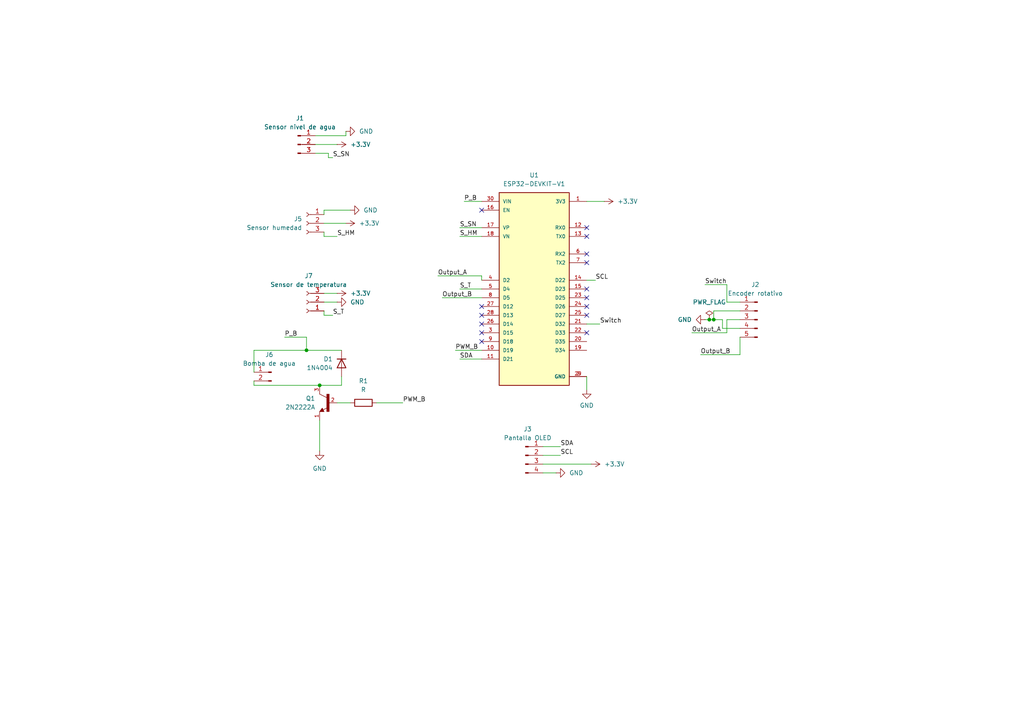
<source format=kicad_sch>
(kicad_sch (version 20250114) (generator "eeschema") (generator_version "9.0")
  (paper "A4")
  (lib_symbols
    (symbol "2N2222A:2N2222A" (pin_names (offset 1.016))
      (property "Reference" "Q" (at -10.16 7.62 0))
      (property "Value" "2N2222A" (at -10.16 -7.62 0))
      (symbol "2N2222A_0_0"
        (rectangle (start -0.254 -2.54) (end 0.508 2.54) (stroke (width 0.1)) (fill (type outline)))
        (polyline (pts (xy 1.27 -2.54) (xy 1.778 -1.524) (xy 2.54 -2.54) (xy 1.27 -2.54)) (stroke (width 0.1524)) (fill (type outline)))
        (polyline (pts (xy 1.54 -2.04) (xy 0.308 -1.424)) (stroke (width 0.1524)))
        (polyline (pts (xy 2.54 2.54) (xy 0.508 1.524)) (stroke (width 0.1524)))
        (pin passive line (at -2.54 0 0) (length 2.54) (name "~") (number "2"))
        (pin passive line (at 2.54 5.08 270) (length 2.54) (name "~") (number "3"))
        (pin passive line (at 2.54 -5.08 90) (length 2.54) (name "~") (number "1"))
      )
    )
    (symbol "Connector:Conn_01x02_Pin" (pin_names (offset 1.016) (hide yes))
      (property "Reference" "J" (at 0 2.54 0))
      (property "Value" "Conn_01x02_Pin" (at 0 -5.08 0))
      (symbol "Conn_01x02_Pin_1_1"
        (rectangle (start 0.8636 0.127) (end 0 -0.127) (stroke (width 0.1524)) (fill (type outline)))
        (rectangle (start 0.8636 -2.413) (end 0 -2.667) (stroke (width 0.1524)) (fill (type outline)))
        (polyline (pts (xy 1.27 0) (xy 0.8636 0)) (stroke (width 0.1524)))
        (polyline (pts (xy 1.27 -2.54) (xy 0.8636 -2.54)) (stroke (width 0.1524)))
        (pin passive line (at 5.08 0 180) (length 3.81) (name "Pin_1") (number "1"))
        (pin passive line (at 5.08 -2.54 180) (length 3.81) (name "Pin_2") (number "2"))
      )
    )
    (symbol "Connector:Conn_01x03_Pin" (pin_names (offset 1.016) (hide yes))
      (property "Reference" "J" (at 0 5.08 0))
      (property "Value" "Conn_01x03_Pin" (at 0 -5.08 0))
      (symbol "Conn_01x03_Pin_1_1"
        (rectangle (start 0.8636 2.667) (end 0 2.413) (stroke (width 0.1524)) (fill (type outline)))
        (rectangle (start 0.8636 0.127) (end 0 -0.127) (stroke (width 0.1524)) (fill (type outline)))
        (rectangle (start 0.8636 -2.413) (end 0 -2.667) (stroke (width 0.1524)) (fill (type outline)))
        (polyline (pts (xy 1.27 2.54) (xy 0.8636 2.54)) (stroke (width 0.1524)))
        (polyline (pts (xy 1.27 0) (xy 0.8636 0)) (stroke (width 0.1524)))
        (polyline (pts (xy 1.27 -2.54) (xy 0.8636 -2.54)) (stroke (width 0.1524)))
        (pin passive line (at 5.08 2.54 180) (length 3.81) (name "Pin_1") (number "1"))
        (pin passive line (at 5.08 0 180) (length 3.81) (name "Pin_2") (number "2"))
        (pin passive line (at 5.08 -2.54 180) (length 3.81) (name "Pin_3") (number "3"))
      )
    )
    (symbol "Connector:Conn_01x03_Socket" (pin_names (offset 1.016) (hide yes))
      (property "Reference" "J" (at 0 5.08 0))
      (property "Value" "Conn_01x03_Socket" (at 0 -5.08 0))
      (symbol "Conn_01x03_Socket_1_1"
        (polyline (pts (xy -1.27 2.54) (xy -0.508 2.54)) (stroke (width 0.1524)))
        (polyline (pts (xy -1.27 0) (xy -0.508 0)) (stroke (width 0.1524)))
        (polyline (pts (xy -1.27 -2.54) (xy -0.508 -2.54)) (stroke (width 0.1524)))
        (arc (start 0 2.032) (mid -0.5058 2.54) (end 0 3.048) (stroke (width 0.1524)))
        (arc (start 0 -0.508) (mid -0.5058 0) (end 0 0.508) (stroke (width 0.1524)))
        (arc (start 0 -3.048) (mid -0.5058 -2.54) (end 0 -2.032) (stroke (width 0.1524)))
        (pin passive line (at -5.08 2.54 0) (length 3.81) (name "Pin_1") (number "1"))
        (pin passive line (at -5.08 0 0) (length 3.81) (name "Pin_2") (number "2"))
        (pin passive line (at -5.08 -2.54 0) (length 3.81) (name "Pin_3") (number "3"))
      )
    )
    (symbol "Connector:Conn_01x04_Pin" (pin_names (offset 1.016) (hide yes))
      (property "Reference" "J" (at 0 5.08 0))
      (property "Value" "Conn_01x04_Pin" (at 0 -7.62 0))
      (symbol "Conn_01x04_Pin_1_1"
        (rectangle (start 0.8636 2.667) (end 0 2.413) (stroke (width 0.1524)) (fill (type outline)))
        (rectangle (start 0.8636 0.127) (end 0 -0.127) (stroke (width 0.1524)) (fill (type outline)))
        (rectangle (start 0.8636 -2.413) (end 0 -2.667) (stroke (width 0.1524)) (fill (type outline)))
        (rectangle (start 0.8636 -4.953) (end 0 -5.207) (stroke (width 0.1524)) (fill (type outline)))
        (polyline (pts (xy 1.27 2.54) (xy 0.8636 2.54)) (stroke (width 0.1524)))
        (polyline (pts (xy 1.27 0) (xy 0.8636 0)) (stroke (width 0.1524)))
        (polyline (pts (xy 1.27 -2.54) (xy 0.8636 -2.54)) (stroke (width 0.1524)))
        (polyline (pts (xy 1.27 -5.08) (xy 0.8636 -5.08)) (stroke (width 0.1524)))
        (pin passive line (at 5.08 2.54 180) (length 3.81) (name "Pin_1") (number "1"))
        (pin passive line (at 5.08 0 180) (length 3.81) (name "Pin_2") (number "2"))
        (pin passive line (at 5.08 -2.54 180) (length 3.81) (name "Pin_3") (number "3"))
        (pin passive line (at 5.08 -5.08 180) (length 3.81) (name "Pin_4") (number "4"))
      )
    )
    (symbol "Connector:Conn_01x05_Pin" (pin_names (offset 1.016) (hide yes))
      (property "Reference" "J" (at 0 7.62 0))
      (property "Value" "Conn_01x05_Pin" (at 0 -7.62 0))
      (symbol "Conn_01x05_Pin_1_1"
        (rectangle (start 0.8636 5.207) (end 0 4.953) (stroke (width 0.1524)) (fill (type outline)))
        (rectangle (start 0.8636 2.667) (end 0 2.413) (stroke (width 0.1524)) (fill (type outline)))
        (rectangle (start 0.8636 0.127) (end 0 -0.127) (stroke (width 0.1524)) (fill (type outline)))
        (rectangle (start 0.8636 -2.413) (end 0 -2.667) (stroke (width 0.1524)) (fill (type outline)))
        (rectangle (start 0.8636 -4.953) (end 0 -5.207) (stroke (width 0.1524)) (fill (type outline)))
        (polyline (pts (xy 1.27 5.08) (xy 0.8636 5.08)) (stroke (width 0.1524)))
        (polyline (pts (xy 1.27 2.54) (xy 0.8636 2.54)) (stroke (width 0.1524)))
        (polyline (pts (xy 1.27 0) (xy 0.8636 0)) (stroke (width 0.1524)))
        (polyline (pts (xy 1.27 -2.54) (xy 0.8636 -2.54)) (stroke (width 0.1524)))
        (polyline (pts (xy 1.27 -5.08) (xy 0.8636 -5.08)) (stroke (width 0.1524)))
        (pin passive line (at 5.08 5.08 180) (length 3.81) (name "Pin_1") (number "1"))
        (pin passive line (at 5.08 2.54 180) (length 3.81) (name "Pin_2") (number "2"))
        (pin passive line (at 5.08 0 180) (length 3.81) (name "Pin_3") (number "3"))
        (pin passive line (at 5.08 -2.54 180) (length 3.81) (name "Pin_4") (number "4"))
        (pin passive line (at 5.08 -5.08 180) (length 3.81) (name "Pin_5") (number "5"))
      )
    )
    (symbol "Device:R" (pin_numbers (hide yes)) (pin_names (offset 0))
      (property "Reference" "R" (at 2.032 0 90))
      (property "Value" "R" (at 0 0 90))
      (symbol "R_0_1"
        (rectangle (start -1.016 -2.54) (end 1.016 2.54) (stroke (width 0.254)))
      )
      (symbol "R_1_1"
        (pin passive line (at 0 3.81 270) (length 1.27) (name "~") (number "1"))
        (pin passive line (at 0 -3.81 90) (length 1.27) (name "~") (number "2"))
      )
    )
    (symbol "Diode:1N4004" (pin_numbers (hide yes)) (pin_names (hide yes))
      (property "Reference" "D" (at 0 2.54 0))
      (property "Value" "1N4004" (at 0 -2.54 0))
      (symbol "1N4004_0_1"
        (polyline (pts (xy -1.27 1.27) (xy -1.27 -1.27)) (stroke (width 0.254)))
        (polyline (pts (xy 1.27 1.27) (xy 1.27 -1.27) (xy -1.27 0) (xy 1.27 1.27)) (stroke (width 0.254)))
        (polyline (pts (xy 1.27 0) (xy -1.27 0)))
      )
      (symbol "1N4004_1_1"
        (pin passive line (at -3.81 0 0) (length 2.54) (name "K") (number "1"))
        (pin passive line (at 3.81 0 180) (length 2.54) (name "A") (number "2"))
      )
    )
    (symbol "devkit-esp32-v1:ESP32-DEVKIT-V1" (pin_names (offset 1.016))
      (property "Reference" "U1" (at 0 33.02 0))
      (property "Value" "ESP32-DEVKIT-V1" (at 0 30.48 0))
      (symbol "ESP32-DEVKIT-V1_0_0"
        (rectangle (start -10.16 -27.94) (end 10.16 27.94) (stroke (width 0.254)) (fill (type background)))
        (pin input line (at -15.24 25.4 0) (length 5.08) (name "VIN") (number "30"))
        (pin input line (at -15.24 22.86 0) (length 5.08) (name "EN") (number "16"))
        (pin bidirectional line (at -15.24 17.78 0) (length 5.08) (name "VP") (number "17"))
        (pin bidirectional line (at -15.24 15.24 0) (length 5.08) (name "VN") (number "18"))
        (pin bidirectional line (at -15.24 2.54 0) (length 5.08) (name "D2") (number "4"))
        (pin bidirectional line (at -15.24 0 0) (length 5.08) (name "D4") (number "5"))
        (pin bidirectional line (at -15.24 -2.54 0) (length 5.08) (name "D5") (number "8"))
        (pin bidirectional line (at -15.24 -5.08 0) (length 5.08) (name "D12") (number "27"))
        (pin bidirectional line (at -15.24 -7.62 0) (length 5.08) (name "D13") (number "28"))
        (pin bidirectional line (at -15.24 -10.16 0) (length 5.08) (name "D14") (number "26"))
        (pin bidirectional line (at -15.24 -12.7 0) (length 5.08) (name "D15") (number "3"))
        (pin bidirectional line (at -15.24 -15.24 0) (length 5.08) (name "D18") (number "9"))
        (pin bidirectional line (at -15.24 -17.78 0) (length 5.08) (name "D19") (number "10"))
        (pin bidirectional line (at -15.24 -20.32 0) (length 5.08) (name "D21") (number "11"))
        (pin input line (at 15.24 17.78 180) (length 5.08) (name "RX0") (number "12"))
        (pin output line (at 15.24 15.24 180) (length 5.08) (name "TX0") (number "13"))
        (pin input line (at 15.24 10.16 180) (length 5.08) (name "RX2") (number "6"))
        (pin output line (at 15.24 7.62 180) (length 5.08) (name "TX2") (number "7"))
        (pin bidirectional line (at 15.24 2.54 180) (length 5.08) (name "D22") (number "14"))
        (pin bidirectional line (at 15.24 0 180) (length 5.08) (name "D23") (number "15"))
        (pin bidirectional line (at 15.24 -2.54 180) (length 5.08) (name "D25") (number "23"))
        (pin bidirectional line (at 15.24 -5.08 180) (length 5.08) (name "D26") (number "24"))
        (pin bidirectional line (at 15.24 -7.62 180) (length 5.08) (name "D27") (number "25"))
        (pin bidirectional line (at 15.24 -10.16 180) (length 5.08) (name "D32") (number "21"))
        (pin bidirectional line (at 15.24 -12.7 180) (length 5.08) (name "D33") (number "22"))
        (pin bidirectional line (at 15.24 -15.24 180) (length 5.08) (name "D35") (number "20"))
        (pin bidirectional line (at 15.24 -17.78 180) (length 5.08) (name "D34") (number "19"))
        (pin power_in line (at 15.24 -25.4 180) (length 5.08) (name "GND") (number "2"))
        (pin power_in line (at 15.24 -25.4 180) (length 5.08) (name "GND") (number "29"))
      )
      (symbol "ESP32-DEVKIT-V1_1_0"
        (pin power_out line (at 15.24 25.4 180) (length 5.08) (name "3V3") (number "1"))
      )
    )
    (symbol "power:+3.3V" (power) (pin_numbers (hide yes)) (pin_names (offset 0) (hide yes))
      (property "Value" "+3.3V" (at 0 3.556 0))
      (symbol "+3.3V_0_1"
        (polyline (pts (xy -0.762 1.27) (xy 0 2.54)))
        (polyline (pts (xy 0 2.54) (xy 0.762 1.27)))
        (polyline (pts (xy 0 0) (xy 0 2.54)))
      )
      (symbol "+3.3V_1_1"
        (pin power_in line (at 0 0 90) (length 0) (name "~") (number "1"))
      )
    )
    (symbol "power:GND" (power) (pin_numbers (hide yes)) (pin_names (offset 0) (hide yes))
      (property "Value" "GND" (at 0 -3.81 0))
      (symbol "GND_0_1"
        (polyline (pts (xy 0 0) (xy 0 -1.27) (xy 1.27 -1.27) (xy 0 -2.54) (xy -1.27 -1.27) (xy 0 -1.27)))
      )
      (symbol "GND_1_1"
        (pin power_in line (at 0 0 270) (length 0) (name "~") (number "1"))
      )
    )
    (symbol "power:PWR_FLAG" (power) (pin_numbers (hide yes)) (pin_names (offset 0) (hide yes))
      (property "Value" "PWR_FLAG" (at 0 3.81 0))
      (symbol "PWR_FLAG_0_0"
        (pin power_out line (at 0 0 90) (length 0) (name "~") (number "1"))
      )
      (symbol "PWR_FLAG_0_1"
        (polyline (pts (xy 0 0) (xy 0 1.27) (xy -1.016 1.905) (xy 0 2.54) (xy 1.016 1.905) (xy 0 1.27)))
      )
    )
  )
  (junction (at 88.9 101.6))
  (junction (at 205.74 92.71))
  (junction (at 207.01 92.71))
  (junction (at 92.71 111.76))
  (no_connect (at 170.18 96.52))
  (no_connect (at 139.7 93.98))
  (no_connect (at 139.7 91.44))
  (no_connect (at 170.18 73.66))
  (no_connect (at 139.7 99.06))
  (no_connect (at 170.18 76.2))
  (no_connect (at 139.7 88.9))
  (no_connect (at 170.18 86.36))
  (no_connect (at 139.7 96.52))
  (no_connect (at 170.18 88.9))
  (no_connect (at 170.18 66.04))
  (no_connect (at 170.18 91.44))
  (no_connect (at 139.7 60.96))
  (no_connect (at 170.18 68.58))
  (no_connect (at 170.18 83.82))
  (wire (pts (xy 157.48 129.54) (xy 162.56 129.54)))
  (wire (pts (xy 170.18 93.98) (xy 173.99 93.98)))
  (wire (pts (xy 100.33 39.37) (xy 91.44 39.37)))
  (wire (pts (xy 92.71 111.76) (xy 99.06 111.76)))
  (wire (pts (xy 93.98 60.96) (xy 93.98 62.23)))
  (wire (pts (xy 132.08 101.6) (xy 139.7 101.6)))
  (wire (pts (xy 101.6 116.84) (xy 97.79 116.84)))
  (wire (pts (xy 214.63 92.71) (xy 210.82 92.71)))
  (wire (pts (xy 157.48 134.62) (xy 171.45 134.62)))
  (wire (pts (xy 200.66 96.52) (xy 210.82 96.52)))
  (wire (pts (xy 205.74 92.71) (xy 207.01 92.71)))
  (wire (pts (xy 92.71 121.92) (xy 92.71 130.81)))
  (wire (pts (xy 91.44 44.45) (xy 95.25 44.45)))
  (wire (pts (xy 207.01 92.71) (xy 209.55 92.71)))
  (wire (pts (xy 88.9 97.79) (xy 88.9 101.6)))
  (wire (pts (xy 157.48 137.16) (xy 161.29 137.16)))
  (wire (pts (xy 93.98 91.44) (xy 96.52 91.44)))
  (wire (pts (xy 127 80.01) (xy 139.7 80.01)))
  (wire (pts (xy 88.9 101.6) (xy 73.66 101.6)))
  (wire (pts (xy 170.18 81.28) (xy 172.72 81.28)))
  (wire (pts (xy 207.01 90.17) (xy 214.63 90.17)))
  (wire (pts (xy 93.98 85.09) (xy 97.79 85.09)))
  (wire (pts (xy 210.82 92.71) (xy 210.82 96.52)))
  (wire (pts (xy 93.98 68.58) (xy 93.98 67.31)))
  (wire (pts (xy 214.63 97.79) (xy 214.63 102.87)))
  (wire (pts (xy 93.98 87.63) (xy 97.79 87.63)))
  (wire (pts (xy 128.27 86.36) (xy 139.7 86.36)))
  (wire (pts (xy 99.06 101.6) (xy 88.9 101.6)))
  (wire (pts (xy 204.47 92.71) (xy 205.74 92.71)))
  (wire (pts (xy 204.47 82.55) (xy 210.82 82.55)))
  (wire (pts (xy 73.66 111.76) (xy 92.71 111.76)))
  (wire (pts (xy 133.35 104.14) (xy 139.7 104.14)))
  (wire (pts (xy 91.44 41.91) (xy 97.79 41.91)))
  (wire (pts (xy 93.98 68.58) (xy 97.79 68.58)))
  (wire (pts (xy 209.55 95.25) (xy 214.63 95.25)))
  (wire (pts (xy 133.35 66.04) (xy 139.7 66.04)))
  (wire (pts (xy 134.62 58.42) (xy 139.7 58.42)))
  (wire (pts (xy 73.66 101.6) (xy 73.66 107.95)))
  (wire (pts (xy 133.35 83.82) (xy 139.7 83.82)))
  (wire (pts (xy 93.98 91.44) (xy 93.98 90.17)))
  (wire (pts (xy 209.55 95.25) (xy 209.55 92.71)))
  (wire (pts (xy 99.06 111.76) (xy 99.06 109.22)))
  (wire (pts (xy 82.55 97.79) (xy 88.9 97.79)))
  (wire (pts (xy 101.6 60.96) (xy 93.98 60.96)))
  (wire (pts (xy 210.82 82.55) (xy 210.82 87.63)))
  (wire (pts (xy 100.33 38.1) (xy 100.33 39.37)))
  (wire (pts (xy 170.18 58.42) (xy 175.26 58.42)))
  (wire (pts (xy 95.25 44.45) (xy 95.25 45.72)))
  (wire (pts (xy 73.66 110.49) (xy 73.66 111.76)))
  (wire (pts (xy 95.25 45.72) (xy 96.52 45.72)))
  (wire (pts (xy 109.22 116.84) (xy 116.84 116.84)))
  (wire (pts (xy 203.2 102.87) (xy 214.63 102.87)))
  (wire (pts (xy 207.01 90.17) (xy 207.01 92.71)))
  (wire (pts (xy 139.7 80.01) (xy 139.7 81.28)))
  (wire (pts (xy 170.18 109.22) (xy 170.18 113.03)))
  (wire (pts (xy 133.35 68.58) (xy 139.7 68.58)))
  (wire (pts (xy 210.82 87.63) (xy 214.63 87.63)))
  (wire (pts (xy 162.56 132.08) (xy 157.48 132.08)))
  (wire (pts (xy 93.98 64.77) (xy 100.33 64.77)))
  (label "S_SN" (at 133.35 66.04 0))
  (label "Output_B" (at 128.27 86.36 0))
  (label "SCL" (at 162.56 132.08 0))
  (label "Output_B" (at 203.2 102.87 0))
  (label "PWM_B" (at 132.08 101.6 0))
  (label "Switch" (at 173.99 93.98 0))
  (label "S_HM" (at 97.79 68.58 0))
  (label "S_T" (at 133.35 83.82 0))
  (label "S_SN" (at 96.52 45.72 0))
  (label "SDA" (at 162.56 129.54 0))
  (label "P_B" (at 82.55 97.79 0))
  (label "SCL" (at 172.72 81.28 0))
  (label "S_HM" (at 133.35 68.58 0))
  (label "S_T" (at 96.52 91.44 0))
  (label "PWM_B" (at 116.84 116.84 0))
  (label "Output_A" (at 127 80.01 0))
  (label "SDA" (at 133.35 104.14 0))
  (label "Output_A" (at 200.66 96.52 0))
  (label "Switch" (at 204.47 82.55 0))
  (label "P_B" (at 134.62 58.42 0))
  (symbol (lib_id "power:GND") (at 161.29 137.16 90) (unit 1)
    (property "Reference" "#PWR04" (effects (hide yes)))
    (property "Value" "GND" (at 165.1 137.1599 90) (effects (justify right)))
    (property "Description" "Power symbol creates a global label with name \"GND\" , ground" (effects (hide yes)))
  )
  (symbol (lib_id "Connector:Conn_01x04_Pin") (at 152.4 132.08 0) (unit 1)
    (property "Reference" "J3" (at 153.035 124.46 0))
    (property "Value" "Pantalla OLED" (at 153.035 127 0))
    (property "Footprint" "Connector_PinHeader_2.54mm:PinHeader_1x04_P2.54mm_Vertical" (effects (hide yes)))
    (property "Description" "Generic connector, single row, 01x04, script generated" (effects (hide yes)))
  )
  (symbol (lib_id "Connector:Conn_01x02_Pin") (at 78.74 107.95 0) (mirror y) (unit 1)
    (property "Reference" "J6" (at 78.105 102.87 0))
    (property "Value" "Bomba de agua" (at 78.105 105.41 0))
    (property "Footprint" "Connector_PinHeader_2.54mm:PinHeader_1x02_P2.54mm_Vertical" (effects (hide yes)))
    (property "Description" "Generic connector, single row, 01x02, script generated" (effects (hide yes)))
  )
  (symbol (lib_id "power:+3.3V") (at 171.45 134.62 270) (unit 1)
    (property "Reference" "#PWR03" (effects (hide yes)))
    (property "Value" "+3.3V" (at 175.26 134.6199 90) (effects (justify left)))
    (property "Description" "Power symbol creates a global label with name \"+3.3V\"" (effects (hide yes)))
  )
  (symbol (lib_id "power:+3.3V") (at 175.26 58.42 270) (unit 1)
    (property "Reference" "#PWR012" (effects (hide yes)))
    (property "Value" "+3.3V" (at 179.07 58.4199 90) (effects (justify left)))
    (property "Description" "Power symbol creates a global label with name \"+3.3V\"" (effects (hide yes)))
  )
  (symbol (lib_id "2N2222A:2N2222A") (at 95.25 116.84 0) (mirror y) (unit 1)
    (property "Reference" "Q1" (at 91.44 115.5699 0) (effects (justify left)))
    (property "Value" "2N2222A" (at 91.44 118.1099 0) (effects (justify left)))
    (property "Footprint" "2N2222A:TO92254P470H750-3" (effects (hide yes)))
    (property "MF" "Diotec Semiconductor" (effects (hide yes)))
    (property "SNAPEDA_PACKAGE_ID" "121774" (effects (hide yes)))
    (property "Package" "TO-92 Diotec" (effects (hide yes)))
    (property "Price" "None" (effects (hide yes)))
    (property "Check_prices" "https://www.snapeda.com/parts/2N2222A/Diotec/view-part/?ref=eda" (effects (hide yes)))
    (property "STANDARD" "IPC 7351B" (effects (hide yes)))
    (property "PARTREV" "N/A" (effects (hide yes)))
    (property "SnapEDA_Link" "https://www.snapeda.com/parts/2N2222A/Diotec/view-part/?ref=snap" (effects (hide yes)))
    (property "MP" "2N2222A" (effects (hide yes)))
    (property "Description_1" "BJT, TO-92, 40V, 600mA, NPN, 0.625W, 150°C" (effects (hide yes)))
    (property "MANUFACTURER" "Diotec Semiconductor" (effects (hide yes)))
    (property "Availability" "In Stock" (effects (hide yes)))
    (property "MAXIMUM_PACKAGE_HEIGHT" "7.5 mm" (effects (hide yes)))
  )
  (symbol (lib_id "power:GND") (at 92.71 130.81 0) (mirror y) (unit 1)
    (property "Reference" "#PWR02" (effects (hide yes)))
    (property "Value" "GND" (at 92.71 135.89 0))
    (property "Description" "Power symbol creates a global label with name \"GND\" , ground" (effects (hide yes)))
  )
  (symbol (lib_id "power:+3.3V") (at 97.79 85.09 270) (unit 1)
    (property "Reference" "#PWR06" (effects (hide yes)))
    (property "Value" "+3.3V" (at 101.6 85.0899 90) (effects (justify left)))
    (property "Description" "Power symbol creates a global label with name \"+3.3V\"" (effects (hide yes)))
  )
  (symbol (lib_id "power:GND") (at 100.33 38.1 90) (unit 1)
    (property "Reference" "#PWR010" (effects (hide yes)))
    (property "Value" "GND" (at 104.14 38.0999 90) (effects (justify right)))
    (property "Description" "Power symbol creates a global label with name \"GND\" , ground" (effects (hide yes)))
  )
  (symbol (lib_id "Connector:Conn_01x03_Socket") (at 88.9 87.63 180) (unit 1)
    (property "Reference" "J7" (at 89.535 80.01 0))
    (property "Value" "Sensor de temperatura" (at 89.535 82.55 0))
    (property "Footprint" "Connector_PinSocket_2.54mm:PinSocket_1x03_P2.54mm_Vertical" (effects (hide yes)))
    (property "Description" "Generic connector, single row, 01x03, script generated" (effects (hide yes)))
  )
  (symbol (lib_id "Connector:Conn_01x03_Socket") (at 88.9 64.77 0) (mirror y) (unit 1)
    (property "Reference" "J5" (at 87.63 63.4999 0) (effects (justify left)))
    (property "Value" "Sensor humedad" (at 87.63 66.0399 0) (effects (justify left)))
    (property "Footprint" "Connector_PinSocket_2.54mm:PinSocket_1x03_P2.54mm_Vertical" (effects (hide yes)))
    (property "Description" "Generic connector, single row, 01x03, script generated" (effects (hide yes)))
  )
  (symbol (lib_id "devkit-esp32-v1:ESP32-DEVKIT-V1") (at 154.94 83.82 0) (unit 1)
    (property "Reference" "U1" (at 154.94 50.8 0))
    (property "Value" "ESP32-DEVKIT-V1" (at 154.94 53.34 0))
    (property "Footprint" "devkit-esp32-v1:MODULE_ESP32_DEVKIT_V1" (effects (hide yes)))
    (property "MF" "Do it" (effects (hide yes)))
    (property "MAXIMUM_PACKAGE_HEIGHT" "6.8 mm" (effects (hide yes)))
    (property "Package" "None" (effects (hide yes)))
    (property "Price" "None" (effects (hide yes)))
    (property "Check_prices" "https://www.snapeda.com/parts/ESP32-DEVKIT-V1/Do+it/view-part/?ref=eda" (effects (hide yes)))
    (property "STANDARD" "Manufacturer Recommendations" (effects (hide yes)))
    (property "PARTREV" "N/A" (effects (hide yes)))
    (property "SnapEDA_Link" "https://www.snapeda.com/parts/ESP32-DEVKIT-V1/Do+it/view-part/?ref=snap" (effects (hide yes)))
    (property "MP" "ESP32-DEVKIT-V1" (effects (hide yes)))
    (property "Description_1" "Dual core, Wi-Fi: 2.4 GHz up to 150 Mbits/s,BLE (Bluetooth Low Energy) and legacy Bluetooth, 32 bits, Up to 240 MHz" (effects (hide yes)))
    (property "Availability" "Not in stock" (effects (hide yes)))
    (property "MANUFACTURER" "DOIT" (effects (hide yes)))
  )
  (symbol (lib_id "power:PWR_FLAG") (at 205.74 92.71 0) (unit 1)
    (property "Reference" "#FLG01" (effects (hide yes)))
    (property "Value" "PWR_FLAG" (at 205.74 87.63 0))
    (property "Description" "Special symbol for telling ERC where power comes from" (effects (hide yes)))
  )
  (symbol (lib_id "power:+3.3V") (at 97.79 41.91 270) (unit 1)
    (property "Reference" "#PWR09" (effects (hide yes)))
    (property "Value" "+3.3V" (at 101.6 41.9099 90) (effects (justify left)))
    (property "Description" "Power symbol creates a global label with name \"+3.3V\"" (effects (hide yes)))
  )
  (symbol (lib_id "power:GND") (at 101.6 60.96 90) (unit 1)
    (property "Reference" "#PWR08" (effects (hide yes)))
    (property "Value" "GND" (at 105.41 60.9599 90) (effects (justify right)))
    (property "Description" "Power symbol creates a global label with name \"GND\" , ground" (effects (hide yes)))
  )
  (symbol (lib_id "power:+3.3V") (at 100.33 64.77 270) (unit 1)
    (property "Reference" "#PWR07" (effects (hide yes)))
    (property "Value" "+3.3V" (at 104.14 64.7699 90) (effects (justify left)))
    (property "Description" "Power symbol creates a global label with name \"+3.3V\"" (effects (hide yes)))
  )
  (symbol (lib_id "Connector:Conn_01x03_Pin") (at 86.36 41.91 0) (unit 1)
    (property "Reference" "J1" (at 86.995 34.29 0))
    (property "Value" "Sensor nivel de agua" (at 86.995 36.83 0))
    (property "Footprint" "Connector_PinHeader_2.54mm:PinHeader_1x03_P2.54mm_Vertical" (effects (hide yes)))
    (property "Description" "Generic connector, single row, 01x03, script generated" (effects (hide yes)))
  )
  (symbol (lib_id "power:GND") (at 170.18 113.03 0) (unit 1)
    (property "Reference" "#PWR011" (effects (hide yes)))
    (property "Value" "GND" (at 170.18 117.602 0))
    (property "Description" "Power symbol creates a global label with name \"GND\" , ground" (effects (hide yes)))
  )
  (symbol (lib_id "Diode:1N4004") (at 99.06 105.41 90) (mirror x) (unit 1)
    (property "Reference" "D1" (at 96.52 104.1399 90) (effects (justify left)))
    (property "Value" "1N4004" (at 96.52 106.6799 90) (effects (justify left)))
    (property "Footprint" "Diode_THT:D_DO-41_SOD81_P10.16mm_Horizontal" (effects (hide yes)))
    (property "Datasheet" "http://www.vishay.com/docs/88503/1n4001.pdf" (effects (hide yes)))
    (property "Description" "400V 1A General Purpose Rectifier Diode, DO-41" (effects (hide yes)))
    (property "Sim.Device" "D" (effects (hide yes)))
    (property "Sim.Pins" "1=K 2=A" (effects (hide yes)))
  )
  (symbol (lib_id "Device:R") (at 105.41 116.84 270) (mirror x) (unit 1)
    (property "Reference" "R1" (at 105.41 110.49 90))
    (property "Value" "R" (at 105.41 113.03 90))
    (property "Footprint" "Resistor_THT:R_Box_L8.4mm_W2.5mm_P5.08mm" (effects (hide yes)))
    (property "Description" "Resistor" (effects (hide yes)))
  )
  (symbol (lib_id "power:GND") (at 97.79 87.63 90) (unit 1)
    (property "Reference" "#PWR05" (effects (hide yes)))
    (property "Value" "GND" (at 101.6 87.6299 90) (effects (justify right)))
    (property "Description" "Power symbol creates a global label with name \"GND\" , ground" (effects (hide yes)))
  )
  (symbol (lib_id "Connector:Conn_01x05_Pin") (at 219.71 92.71 0) (mirror y) (unit 1)
    (property "Reference" "J2" (at 219.075 82.55 0))
    (property "Value" "Encoder rotativo" (at 219.075 85.09 0))
    (property "Footprint" "Connector_PinSocket_2.54mm:PinSocket_1x05_P2.54mm_Vertical" (effects (hide yes)))
    (property "Description" "Generic connector, single row, 01x05, script generated" (effects (hide yes)))
  )
  (symbol (lib_id "power:GND") (at 204.47 92.71 270) (unit 1)
    (property "Reference" "#PWR01" (effects (hide yes)))
    (property "Value" "GND" (at 200.66 92.7099 90) (effects (justify right)))
    (property "Description" "Power symbol creates a global label with name \"GND\" , ground" (effects (hide yes)))
  )
)
</source>
